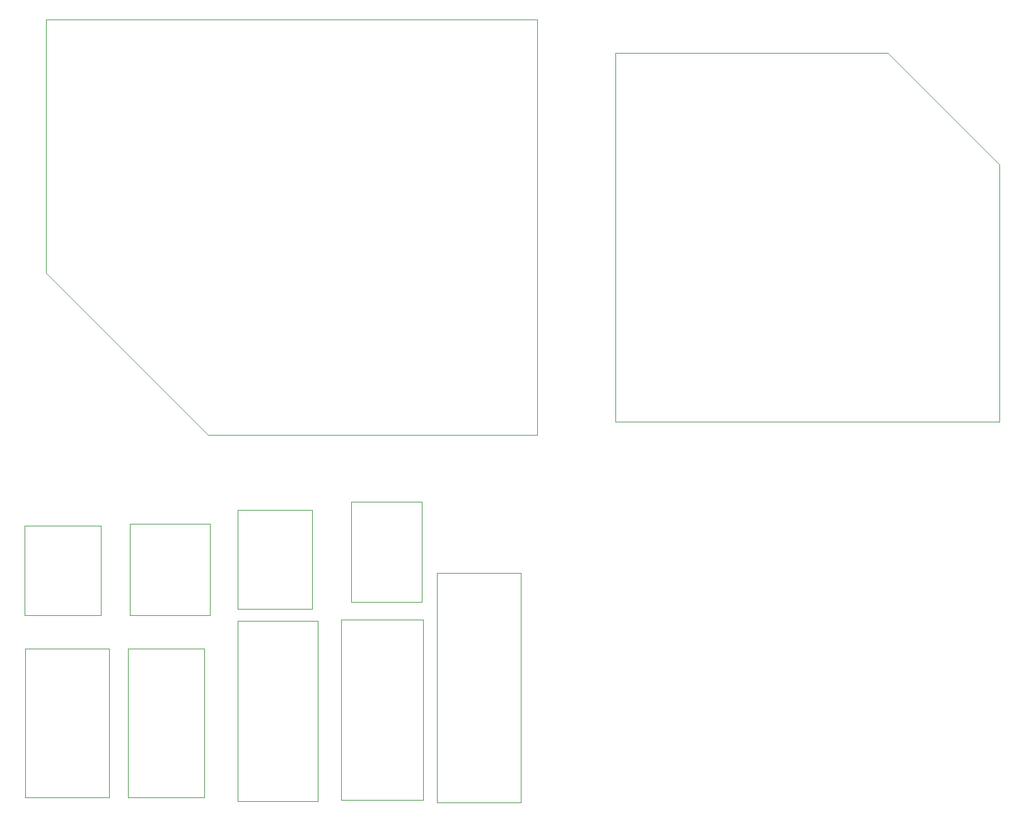
<source format=gbr>
%TF.GenerationSoftware,KiCad,Pcbnew,9.0.4*%
%TF.CreationDate,2026-01-28T15:51:58-05:00*%
%TF.ProjectId,contProto,636f6e74-5072-46f7-946f-2e6b69636164,rev?*%
%TF.SameCoordinates,Original*%
%TF.FileFunction,Profile,NP*%
%FSLAX46Y46*%
G04 Gerber Fmt 4.6, Leading zero omitted, Abs format (unit mm)*
G04 Created by KiCad (PCBNEW 9.0.4) date 2026-01-28 15:51:58*
%MOMM*%
%LPD*%
G01*
G04 APERTURE LIST*
%TA.AperFunction,Profile*%
%ADD10C,0.050000*%
%TD*%
G04 APERTURE END LIST*
D10*
X137500000Y-27000000D02*
X101000000Y-27000000D01*
X152513570Y-76500000D02*
X152513570Y-42000000D01*
X152513570Y-42000000D02*
X137500000Y-27000000D01*
X101000000Y-27000000D02*
X101000000Y-28250000D01*
X101000000Y-28250000D02*
X101000000Y-76500000D01*
X101000000Y-76500000D02*
X152513570Y-76500000D01*
X64100000Y-103100000D02*
X75100000Y-103100000D01*
X75100000Y-127350000D01*
X64100000Y-127350000D01*
X64100000Y-103100000D01*
X35500000Y-107000000D02*
X45750000Y-107000000D01*
X45750000Y-127000000D01*
X35500000Y-127000000D01*
X35500000Y-107000000D01*
X21625000Y-90500000D02*
X31875000Y-90500000D01*
X31875000Y-102500000D01*
X21625000Y-102500000D01*
X21625000Y-90500000D01*
X60250000Y-101625000D02*
X50250000Y-101625000D01*
X50250000Y-88375000D01*
X60250000Y-88375000D01*
X60250000Y-101625000D01*
X90500000Y-22500000D02*
X90500000Y-78250000D01*
X24500000Y-22500000D02*
X90500000Y-22500000D01*
X24500000Y-22500000D02*
X24500000Y-56500000D01*
X21750000Y-107000000D02*
X33000000Y-107000000D01*
X33000000Y-127000000D01*
X21750000Y-127000000D01*
X21750000Y-107000000D01*
X50250000Y-103250000D02*
X61000000Y-103250000D01*
X61000000Y-127500000D01*
X50250000Y-127500000D01*
X50250000Y-103250000D01*
X24500000Y-56500000D02*
X46250000Y-78250000D01*
X46250000Y-78250000D02*
X90500000Y-78250000D01*
X76980000Y-96870000D02*
X88230000Y-96870000D01*
X88230000Y-127620000D01*
X76980000Y-127620000D01*
X76980000Y-96870000D01*
X75000000Y-100750000D02*
X65500000Y-100750000D01*
X65500000Y-87250000D01*
X75000000Y-87250000D01*
X75000000Y-100750000D01*
X35750000Y-90250000D02*
X46500000Y-90250000D01*
X46500000Y-102500000D01*
X35750000Y-102500000D01*
X35750000Y-90250000D01*
M02*

</source>
